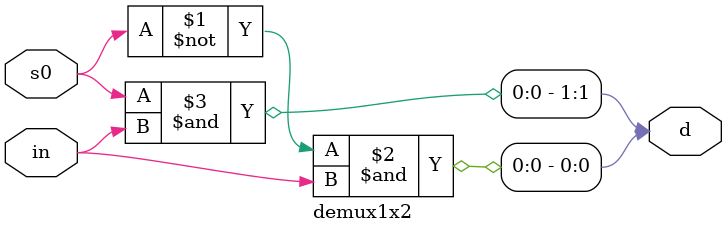
<source format=v>
module demux1x2(output [1:0]d,input in,s0);
	assign d[0] = ~s0&in;
	assign d[1] = s0&in;
endmodule 
</source>
